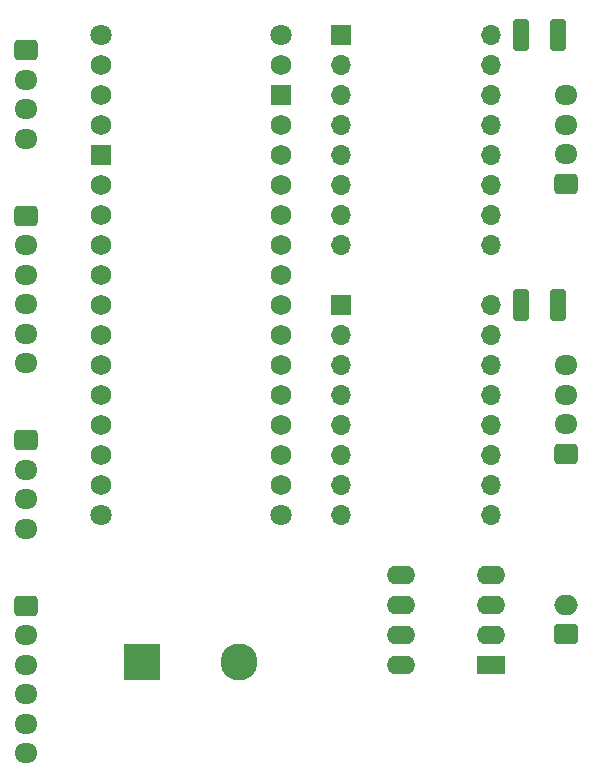
<source format=gts>
G04 #@! TF.GenerationSoftware,KiCad,Pcbnew,7.0.8*
G04 #@! TF.CreationDate,2024-02-22T02:02:49-08:00*
G04 #@! TF.ProjectId,oc_v1,6f635f76-312e-46b6-9963-61645f706362,0*
G04 #@! TF.SameCoordinates,Original*
G04 #@! TF.FileFunction,Soldermask,Top*
G04 #@! TF.FilePolarity,Negative*
%FSLAX46Y46*%
G04 Gerber Fmt 4.6, Leading zero omitted, Abs format (unit mm)*
G04 Created by KiCad (PCBNEW 7.0.8) date 2024-02-22 02:02:49*
%MOMM*%
%LPD*%
G01*
G04 APERTURE LIST*
G04 Aperture macros list*
%AMRoundRect*
0 Rectangle with rounded corners*
0 $1 Rounding radius*
0 $2 $3 $4 $5 $6 $7 $8 $9 X,Y pos of 4 corners*
0 Add a 4 corners polygon primitive as box body*
4,1,4,$2,$3,$4,$5,$6,$7,$8,$9,$2,$3,0*
0 Add four circle primitives for the rounded corners*
1,1,$1+$1,$2,$3*
1,1,$1+$1,$4,$5*
1,1,$1+$1,$6,$7*
1,1,$1+$1,$8,$9*
0 Add four rect primitives between the rounded corners*
20,1,$1+$1,$2,$3,$4,$5,0*
20,1,$1+$1,$4,$5,$6,$7,0*
20,1,$1+$1,$6,$7,$8,$9,0*
20,1,$1+$1,$8,$9,$2,$3,0*%
G04 Aperture macros list end*
%ADD10R,3.145000X3.145000*%
%ADD11C,3.145000*%
%ADD12RoundRect,0.250000X-0.412500X-1.100000X0.412500X-1.100000X0.412500X1.100000X-0.412500X1.100000X0*%
%ADD13RoundRect,0.250000X-0.725000X0.600000X-0.725000X-0.600000X0.725000X-0.600000X0.725000X0.600000X0*%
%ADD14O,1.950000X1.700000*%
%ADD15R,1.700000X1.700000*%
%ADD16O,1.700000X1.700000*%
%ADD17C,1.800000*%
%ADD18C,1.727200*%
%ADD19R,1.727200X1.727200*%
%ADD20RoundRect,0.250000X0.750000X-0.600000X0.750000X0.600000X-0.750000X0.600000X-0.750000X-0.600000X0*%
%ADD21O,2.000000X1.700000*%
%ADD22RoundRect,0.250000X0.725000X-0.600000X0.725000X0.600000X-0.725000X0.600000X-0.725000X-0.600000X0*%
%ADD23R,2.400000X1.600000*%
%ADD24O,2.400000X1.600000*%
G04 APERTURE END LIST*
D10*
X126685000Y-102630000D03*
D11*
X134935000Y-102630000D03*
D12*
X158750000Y-72390000D03*
X161875000Y-72390000D03*
D13*
X116840000Y-50860000D03*
D14*
X116840000Y-53360000D03*
X116840000Y-55860000D03*
X116840000Y-58360000D03*
D15*
X143510000Y-72390000D03*
D16*
X143510000Y-74930000D03*
X143510000Y-77470000D03*
X143510000Y-80010000D03*
X143510000Y-82550000D03*
X143510000Y-85090000D03*
X143510000Y-87630000D03*
X143510000Y-90170000D03*
X156210000Y-90170000D03*
X156210000Y-87630000D03*
X156210000Y-85090000D03*
X156210000Y-82550000D03*
X156210000Y-80010000D03*
X156210000Y-77470000D03*
X156210000Y-74930000D03*
X156210000Y-72390000D03*
D17*
X123190000Y-49530000D03*
X123190000Y-90170000D03*
X138430000Y-49530000D03*
X138430000Y-90170000D03*
D18*
X138430000Y-85090000D03*
X138430000Y-59690000D03*
X138430000Y-80010000D03*
X138430000Y-77470000D03*
X138430000Y-74930000D03*
X138430000Y-72390000D03*
X138430000Y-69850000D03*
X138430000Y-67310000D03*
X138430000Y-64770000D03*
X138430000Y-62230000D03*
X138430000Y-82550000D03*
X138430000Y-57150000D03*
X123190000Y-54610000D03*
X123190000Y-52070000D03*
X123190000Y-62230000D03*
X123190000Y-64770000D03*
X123190000Y-67310000D03*
X123190000Y-69850000D03*
X123190000Y-72390000D03*
X123190000Y-74930000D03*
X123190000Y-77470000D03*
X123190000Y-80010000D03*
X123190000Y-82550000D03*
X123190000Y-85090000D03*
X123190000Y-87630000D03*
X138430000Y-87630000D03*
D19*
X123190000Y-59690000D03*
X138430000Y-54610000D03*
D18*
X123190000Y-57150000D03*
X138430000Y-52070000D03*
D13*
X116840000Y-97890000D03*
D14*
X116840000Y-100390000D03*
X116840000Y-102890000D03*
X116840000Y-105390000D03*
X116840000Y-107890000D03*
X116840000Y-110390000D03*
D12*
X158750000Y-49530000D03*
X161875000Y-49530000D03*
D13*
X116840000Y-83880000D03*
D14*
X116840000Y-86380000D03*
X116840000Y-88880000D03*
X116840000Y-91380000D03*
D20*
X162560000Y-100310000D03*
D21*
X162560000Y-97810000D03*
D22*
X162560000Y-62170000D03*
D14*
X162560000Y-59670000D03*
X162560000Y-57170000D03*
X162560000Y-54670000D03*
D22*
X162560000Y-85030000D03*
D14*
X162560000Y-82530000D03*
X162560000Y-80030000D03*
X162560000Y-77530000D03*
D23*
X156210000Y-102870000D03*
D24*
X156210000Y-100330000D03*
X156210000Y-97790000D03*
X156210000Y-95250000D03*
X148590000Y-95250000D03*
X148590000Y-97790000D03*
X148590000Y-100330000D03*
X148590000Y-102870000D03*
D15*
X143510000Y-49530000D03*
D16*
X143510000Y-52070000D03*
X143510000Y-54610000D03*
X143510000Y-57150000D03*
X143510000Y-59690000D03*
X143510000Y-62230000D03*
X143510000Y-64770000D03*
X143510000Y-67310000D03*
X156210000Y-67310000D03*
X156210000Y-64770000D03*
X156210000Y-62230000D03*
X156210000Y-59690000D03*
X156210000Y-57150000D03*
X156210000Y-54610000D03*
X156210000Y-52070000D03*
X156210000Y-49530000D03*
D13*
X116840000Y-64870000D03*
D14*
X116840000Y-67370000D03*
X116840000Y-69870000D03*
X116840000Y-72370000D03*
X116840000Y-74870000D03*
X116840000Y-77370000D03*
M02*

</source>
